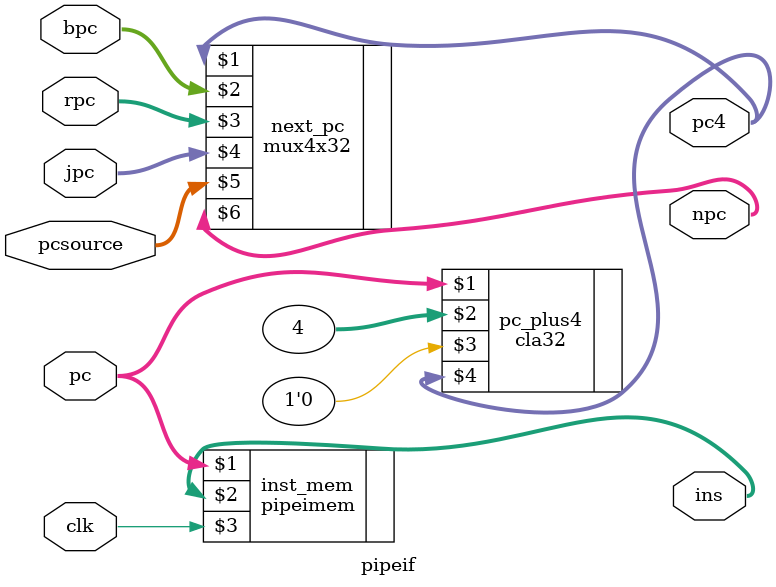
<source format=v>
`timescale 1ns / 1ps


module pipeif(pcsource,pc,bpc,rpc,jpc,npc,pc4,ins,clk);
    input [31:0] pc,bpc,rpc,jpc;
    input [1:0] pcsource;
    input clk;
    output [31:0] npc,pc4;
    output [31:0] ins;
    mux4x32 next_pc (pc4,bpc,rpc,jpc,pcsource,npc);
    cla32 pc_plus4 (pc,32'h4,1'b0,pc4);
    pipeimem inst_mem (pc,ins,clk);
endmodule

</source>
